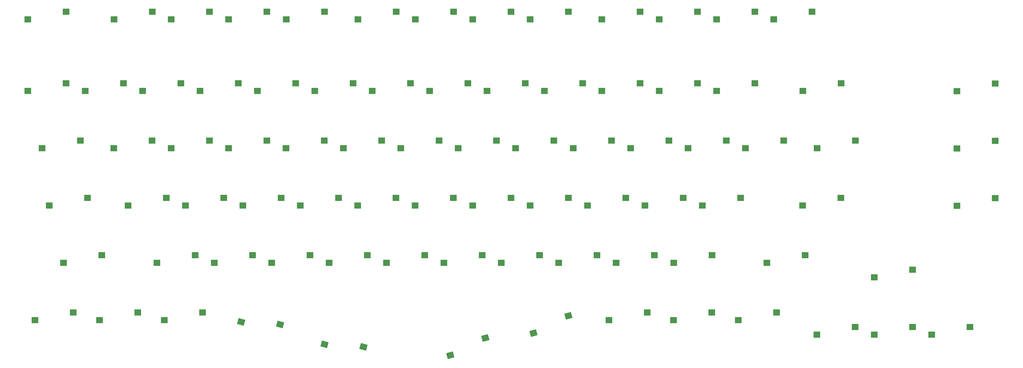
<source format=gbr>
%TF.GenerationSoftware,KiCad,Pcbnew,(5.1.6)-1*%
%TF.CreationDate,2021-09-12T01:22:44+02:00*%
%TF.ProjectId,Kanagawa,4b616e61-6761-4776-912e-6b696361645f,rev?*%
%TF.SameCoordinates,Original*%
%TF.FileFunction,Paste,Bot*%
%TF.FilePolarity,Positive*%
%FSLAX46Y46*%
G04 Gerber Fmt 4.6, Leading zero omitted, Abs format (unit mm)*
G04 Created by KiCad (PCBNEW (5.1.6)-1) date 2021-09-12 01:22:44*
%MOMM*%
%LPD*%
G01*
G04 APERTURE LIST*
%ADD10R,2.300000X2.000000*%
%ADD11C,0.100000*%
G04 APERTURE END LIST*
D10*
%TO.C,KA11*%
X300850000Y-89530000D03*
X288150000Y-92070000D03*
%TD*%
%TO.C,KE11*%
X317500000Y-170530000D03*
X304800000Y-173070000D03*
%TD*%
%TO.C,KA0*%
X72250000Y-89530000D03*
X59550000Y-92070000D03*
%TD*%
%TO.C,KA1*%
X100850000Y-89530000D03*
X88150000Y-92070000D03*
%TD*%
%TO.C,KA2*%
X119850000Y-89530000D03*
X107150000Y-92070000D03*
%TD*%
%TO.C,KA3*%
X138900000Y-89530000D03*
X126200000Y-92070000D03*
%TD*%
%TO.C,KA4*%
X158000000Y-89530000D03*
X145300000Y-92070000D03*
%TD*%
%TO.C,KA5*%
X181800000Y-89530000D03*
X169100000Y-92070000D03*
%TD*%
%TO.C,KA6*%
X200850000Y-89530000D03*
X188150000Y-92070000D03*
%TD*%
%TO.C,KA7*%
X219900000Y-89530000D03*
X207200000Y-92070000D03*
%TD*%
%TO.C,KA8*%
X238950000Y-89580000D03*
X226250000Y-92120000D03*
%TD*%
%TO.C,KA9*%
X262750000Y-89530000D03*
X250050000Y-92070000D03*
%TD*%
%TO.C,KA10*%
X281800000Y-89530000D03*
X269100000Y-92070000D03*
%TD*%
%TO.C,KA12*%
X319850000Y-89530000D03*
X307150000Y-92070000D03*
%TD*%
%TO.C,KB0*%
X72250000Y-113330000D03*
X59550000Y-115870000D03*
%TD*%
%TO.C,KB1*%
X91300000Y-113330000D03*
X78600000Y-115870000D03*
%TD*%
%TO.C,KB2*%
X110350000Y-113330000D03*
X97650000Y-115870000D03*
%TD*%
%TO.C,KB3*%
X129400000Y-113330000D03*
X116700000Y-115870000D03*
%TD*%
%TO.C,KB4*%
X148450000Y-113330000D03*
X135750000Y-115870000D03*
%TD*%
%TO.C,KB5*%
X167500000Y-113330000D03*
X154800000Y-115870000D03*
%TD*%
%TO.C,KB6*%
X186550000Y-113330000D03*
X173850000Y-115870000D03*
%TD*%
%TO.C,KB7*%
X205600000Y-113330000D03*
X192900000Y-115870000D03*
%TD*%
%TO.C,KB8*%
X224650000Y-113330000D03*
X211950000Y-115870000D03*
%TD*%
%TO.C,KB9*%
X243700000Y-113330000D03*
X231000000Y-115870000D03*
%TD*%
%TO.C,KB10*%
X262750000Y-113330000D03*
X250050000Y-115870000D03*
%TD*%
%TO.C,KB11*%
X281800000Y-113330000D03*
X269100000Y-115870000D03*
%TD*%
%TO.C,KB12*%
X300850000Y-113330000D03*
X288150000Y-115870000D03*
%TD*%
%TO.C,KC1*%
X100800000Y-132430000D03*
X88100000Y-134970000D03*
%TD*%
%TO.C,KC2*%
X119850000Y-132430000D03*
X107150000Y-134970000D03*
%TD*%
%TO.C,KC3*%
X138900000Y-132430000D03*
X126200000Y-134970000D03*
%TD*%
%TO.C,KC4*%
X157950000Y-132430000D03*
X145250000Y-134970000D03*
%TD*%
%TO.C,KC5*%
X177000000Y-132430000D03*
X164300000Y-134970000D03*
%TD*%
%TO.C,KC6*%
X196050000Y-132430000D03*
X183350000Y-134970000D03*
%TD*%
%TO.C,KC7*%
X215100000Y-132430000D03*
X202400000Y-134970000D03*
%TD*%
%TO.C,KC8*%
X234150000Y-132430000D03*
X221450000Y-134970000D03*
%TD*%
%TO.C,KC9*%
X253250000Y-132430000D03*
X240550000Y-134970000D03*
%TD*%
%TO.C,KC10*%
X272300000Y-132430000D03*
X259600000Y-134970000D03*
%TD*%
%TO.C,KC11*%
X291350000Y-132430000D03*
X278650000Y-134970000D03*
%TD*%
%TO.C,KD1*%
X105550000Y-151430000D03*
X92850000Y-153970000D03*
%TD*%
%TO.C,KD2*%
X124600000Y-151430000D03*
X111900000Y-153970000D03*
%TD*%
%TO.C,KD3*%
X143600000Y-151430000D03*
X130900000Y-153970000D03*
%TD*%
%TO.C,KD4*%
X162700000Y-151430000D03*
X150000000Y-153970000D03*
%TD*%
%TO.C,KD5*%
X181750000Y-151430000D03*
X169050000Y-153970000D03*
%TD*%
%TO.C,KD6*%
X200800000Y-151430000D03*
X188100000Y-153970000D03*
%TD*%
%TO.C,KD7*%
X219900000Y-151430000D03*
X207200000Y-153970000D03*
%TD*%
%TO.C,KD8*%
X238950000Y-151430000D03*
X226250000Y-153970000D03*
%TD*%
%TO.C,KD9*%
X258000000Y-151430000D03*
X245300000Y-153970000D03*
%TD*%
%TO.C,KD10*%
X277050000Y-151430000D03*
X264350000Y-153970000D03*
%TD*%
%TO.C,KD11*%
X296100000Y-151430000D03*
X283400000Y-153970000D03*
%TD*%
%TO.C,KE1*%
X115100000Y-170530000D03*
X102400000Y-173070000D03*
%TD*%
%TO.C,KE2*%
X134150000Y-170530000D03*
X121450000Y-173070000D03*
%TD*%
%TO.C,KE3*%
X153200000Y-170530000D03*
X140500000Y-173070000D03*
%TD*%
%TO.C,KE4*%
X172250000Y-170530000D03*
X159550000Y-173070000D03*
%TD*%
%TO.C,KE5*%
X191300000Y-170530000D03*
X178600000Y-173070000D03*
%TD*%
%TO.C,KE6*%
X210350000Y-170530000D03*
X197650000Y-173070000D03*
%TD*%
%TO.C,KE7*%
X229400000Y-170530000D03*
X216700000Y-173070000D03*
%TD*%
%TO.C,KE8*%
X248450000Y-170530000D03*
X235750000Y-173070000D03*
%TD*%
%TO.C,KE9*%
X267500000Y-170530000D03*
X254800000Y-173070000D03*
%TD*%
%TO.C,KE10*%
X286600000Y-170530000D03*
X273900000Y-173070000D03*
%TD*%
%TO.C,KE12*%
X353200000Y-175280000D03*
X340500000Y-177820000D03*
%TD*%
%TO.C,KF1*%
X96050000Y-189580000D03*
X83350000Y-192120000D03*
%TD*%
D11*
%TO.C,KF3*%
G36*
X144650565Y-192861444D02*
G01*
X144132927Y-194793296D01*
X141911297Y-194198012D01*
X142428935Y-192266160D01*
X144650565Y-192861444D01*
G37*
G36*
X131725906Y-192027894D02*
G01*
X131208268Y-193959746D01*
X128986638Y-193364462D01*
X129504276Y-191432610D01*
X131725906Y-192027894D01*
G37*
%TD*%
%TO.C,KF6*%
G36*
X239832620Y-189365623D02*
G01*
X240350258Y-191297475D01*
X238128628Y-191892759D01*
X237610990Y-189960907D01*
X239832620Y-189365623D01*
G37*
G36*
X228222762Y-195106077D02*
G01*
X228740400Y-197037929D01*
X226518770Y-197633213D01*
X226001132Y-195701361D01*
X228222762Y-195106077D01*
G37*
%TD*%
D10*
%TO.C,KF8*%
X286550000Y-189580000D03*
X273850000Y-192120000D03*
%TD*%
%TO.C,KF10*%
X334150000Y-194330000D03*
X321450000Y-196870000D03*
%TD*%
%TO.C,KF11*%
X353200000Y-194330000D03*
X340500000Y-196870000D03*
%TD*%
%TO.C,KF12*%
X372250000Y-194330000D03*
X359550000Y-196870000D03*
%TD*%
%TO.C,KB13*%
X329450000Y-113330000D03*
X316750000Y-115870000D03*
%TD*%
%TO.C,KC0*%
X77000000Y-132430000D03*
X64300000Y-134970000D03*
%TD*%
%TO.C,KD0*%
X79350000Y-151430000D03*
X66650000Y-153970000D03*
%TD*%
%TO.C,KD12*%
X329400000Y-151480000D03*
X316700000Y-154020000D03*
%TD*%
%TO.C,KE0*%
X84100000Y-170530000D03*
X71400000Y-173070000D03*
%TD*%
%TO.C,KF0*%
X74600000Y-189580000D03*
X61900000Y-192120000D03*
%TD*%
%TO.C,KF2*%
X117500000Y-189580000D03*
X104800000Y-192120000D03*
%TD*%
D11*
%TO.C,KF4*%
G36*
X172300565Y-200311444D02*
G01*
X171782927Y-202243296D01*
X169561297Y-201648012D01*
X170078935Y-199716160D01*
X172300565Y-200311444D01*
G37*
G36*
X159375906Y-199477894D02*
G01*
X158858268Y-201409746D01*
X156636638Y-200814462D01*
X157154276Y-198882610D01*
X159375906Y-199477894D01*
G37*
%TD*%
%TO.C,KF5*%
G36*
X212232620Y-196765623D02*
G01*
X212750258Y-198697475D01*
X210528628Y-199292759D01*
X210010990Y-197360907D01*
X212232620Y-196765623D01*
G37*
G36*
X200622762Y-202506077D02*
G01*
X201140400Y-204437929D01*
X198918770Y-205033213D01*
X198401132Y-203101361D01*
X200622762Y-202506077D01*
G37*
%TD*%
D10*
%TO.C,KF7*%
X265150000Y-189580000D03*
X252450000Y-192120000D03*
%TD*%
%TO.C,KF9*%
X308000000Y-189580000D03*
X295300000Y-192120000D03*
%TD*%
%TO.C,KC12*%
X310400000Y-132430000D03*
X297700000Y-134970000D03*
%TD*%
%TO.C,KC13*%
X334200000Y-132430000D03*
X321500000Y-134970000D03*
%TD*%
%TO.C,KD13*%
X380570000Y-113402000D03*
X367870000Y-115942000D03*
%TD*%
%TO.C,KE13*%
X380580000Y-132442000D03*
X367880000Y-134982000D03*
%TD*%
%TO.C,KF13*%
X380580000Y-151492000D03*
X367880000Y-154032000D03*
%TD*%
M02*

</source>
